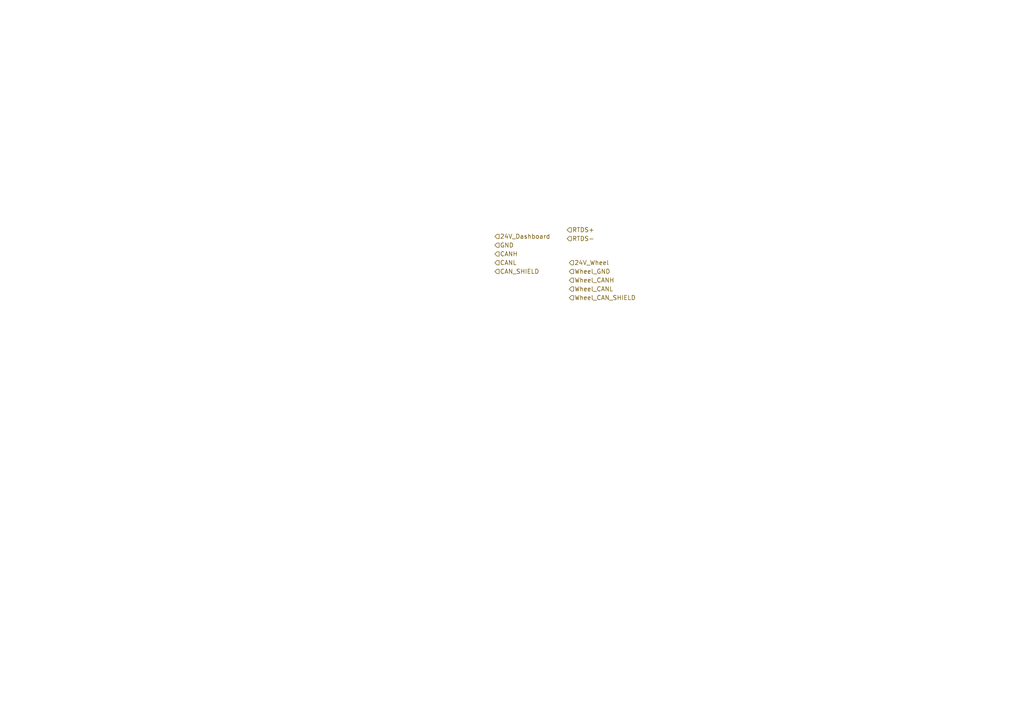
<source format=kicad_sch>
(kicad_sch (version 20230121) (generator eeschema)
  (paper "A4")
  (lib_symbols)
  (hierarchical_label "CAN_SHIELD" (shape input) (at 143.51 78.74 0))
  (hierarchical_label "24V_Wheel" (shape input) (at 165.1 76.2 0))
  (hierarchical_label "Wheel_GND" (shape input) (at 165.1 78.74 0))
  (hierarchical_label "RTDS-" (shape input) (at 164.465 69.215 0))
  (hierarchical_label "24V_Dashboard" (shape input) (at 143.51 68.58 0))
  (hierarchical_label "CANL" (shape input) (at 143.51 76.2 0))
  (hierarchical_label "Wheel_CANH" (shape input) (at 165.1 81.28 0))
  (hierarchical_label "RTDS+" (shape input) (at 164.465 66.675 0))
  (hierarchical_label "Wheel_CAN_SHIELD" (shape input) (at 165.1 86.36 0))
  (hierarchical_label "GND" (shape input) (at 143.51 71.12 0))
  (hierarchical_label "Wheel_CANL" (shape input) (at 165.1 83.82 0))
  (hierarchical_label "CANH" (shape input) (at 143.51 73.66 0))
)
</source>
